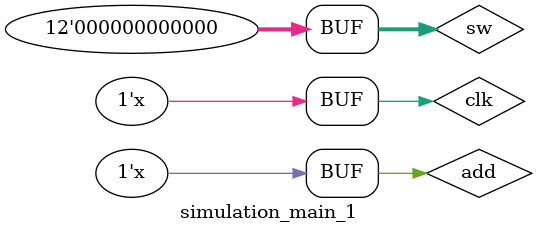
<source format=v>
`timescale 1ns / 1ps


module simulation_main_1(

    );
    reg clk = 0;
    always #10 
        clk = ~clk;
    reg[11:0] sw = 0;    
    reg[3:0] col;
    wire[3:0] row;
    reg add = 0;
    always #1000
        add = ~add;
    
     always@(*)
       if (row == 4'b1000)
           if (add)
                col = 4'b0001;
           else
               col = 4'b0010;
       else
        col = 4'b0000;

    wire[7:0] seg;
    wire[5:0] an;
    wire[11:0] led;
    wire Hsync;
    wire Vsync;
    wire vgaRed;
    wire vgaBlue;
    wire vgaGreen;
    spectrum_analyzer uut1(
        .clk(clk),
        .vauxp7(1),
        .vauxn7(0),
        .vauxp8(0),
        .vauxn8(0),
        .vauxp12(0),
        .vauxn12(0),
        .vauxp14(0),
        .vauxn14(0),
        .sw(sw),//[11:0]
        .col(col),//[3:0]
        //*********************output
        .row(row),//[3:0]
        .seg(seg),//7:0
        .an(an),//5:0
        .led(led),//[12:0]///////////////////////BÐÍÊµÑé°åÊÇ12Î»led
        .Hsync(Hsync),
        .Vsync(Vsync),
        .vgaRed(vgaRed),//[3:0]
        .vgaBlue(vgaBlue),//[3:0]
        .vgaGreen(vgaGreen)//[3:0]
        );
endmodule

</source>
